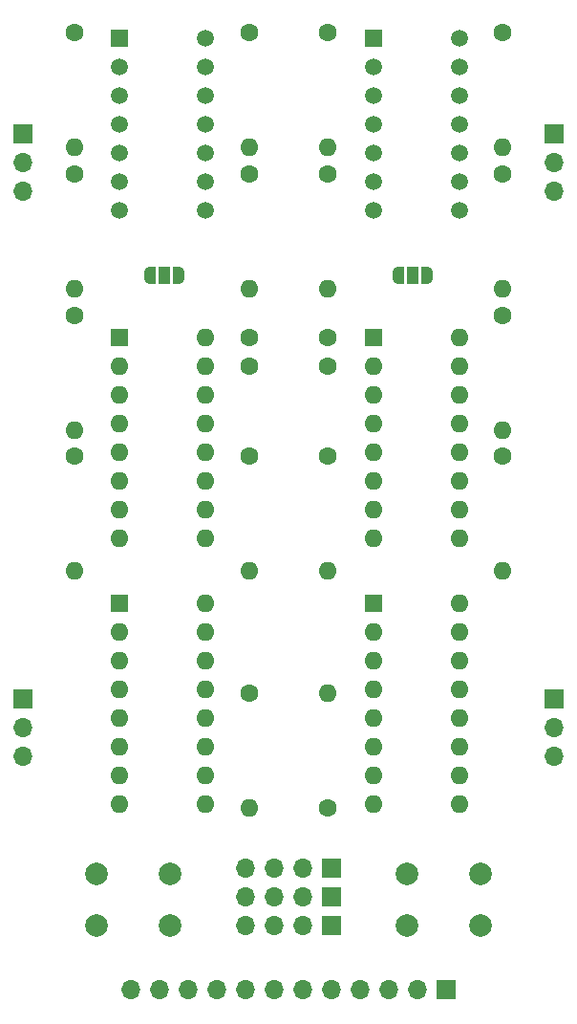
<source format=gbs>
G04 #@! TF.GenerationSoftware,KiCad,Pcbnew,6.0.1-79c1e3a40b~116~ubuntu21.04.1*
G04 #@! TF.CreationDate,2022-02-15T17:04:32-05:00*
G04 #@! TF.ProjectId,display_module,64697370-6c61-4795-9f6d-6f64756c652e,rev?*
G04 #@! TF.SameCoordinates,Original*
G04 #@! TF.FileFunction,Soldermask,Bot*
G04 #@! TF.FilePolarity,Negative*
%FSLAX46Y46*%
G04 Gerber Fmt 4.6, Leading zero omitted, Abs format (unit mm)*
G04 Created by KiCad (PCBNEW 6.0.1-79c1e3a40b~116~ubuntu21.04.1) date 2022-02-15 17:04:32*
%MOMM*%
%LPD*%
G01*
G04 APERTURE LIST*
G04 Aperture macros list*
%AMFreePoly0*
4,1,22,0.550000,-0.750000,0.000000,-0.750000,0.000000,-0.745033,-0.079941,-0.743568,-0.215256,-0.701293,-0.333266,-0.622738,-0.424486,-0.514219,-0.481581,-0.384460,-0.499164,-0.250000,-0.500000,-0.250000,-0.500000,0.250000,-0.499164,0.250000,-0.499963,0.256109,-0.478152,0.396186,-0.417904,0.524511,-0.324060,0.630769,-0.204165,0.706417,-0.067858,0.745374,0.000000,0.744959,0.000000,0.750000,
0.550000,0.750000,0.550000,-0.750000,0.550000,-0.750000,$1*%
%AMFreePoly1*
4,1,20,0.000000,0.744959,0.073905,0.744508,0.209726,0.703889,0.328688,0.626782,0.421226,0.519385,0.479903,0.390333,0.500000,0.250000,0.500000,-0.250000,0.499851,-0.262216,0.476331,-0.402017,0.414519,-0.529596,0.319384,-0.634700,0.198574,-0.708877,0.061801,-0.746166,0.000000,-0.745033,0.000000,-0.750000,-0.550000,-0.750000,-0.550000,0.750000,0.000000,0.750000,0.000000,0.744959,
0.000000,0.744959,$1*%
G04 Aperture macros list end*
%ADD10R,1.700000X1.700000*%
%ADD11O,1.700000X1.700000*%
%ADD12R,1.500000X1.500000*%
%ADD13C,1.500000*%
%ADD14R,1.600000X1.600000*%
%ADD15O,1.600000X1.600000*%
%ADD16C,1.600000*%
%ADD17C,2.000000*%
%ADD18FreePoly0,0.000000*%
%ADD19R,1.000000X1.500000*%
%ADD20FreePoly1,0.000000*%
G04 APERTURE END LIST*
D10*
X119500000Y-56960000D03*
D11*
X119500000Y-59500000D03*
X119500000Y-62040000D03*
D10*
X72500000Y-56960000D03*
D11*
X72500000Y-59500000D03*
X72500000Y-62040000D03*
D10*
X119500000Y-106960000D03*
D11*
X119500000Y-109500000D03*
X119500000Y-112040000D03*
D10*
X109998000Y-132750000D03*
D11*
X107458000Y-132750000D03*
X104918000Y-132750000D03*
X102378000Y-132750000D03*
X99838000Y-132750000D03*
X97298000Y-132750000D03*
X94758000Y-132750000D03*
X92218000Y-132750000D03*
X89678000Y-132750000D03*
X87138000Y-132750000D03*
X84598000Y-132750000D03*
X82058000Y-132750000D03*
D12*
X103500000Y-48500000D03*
D13*
X103500000Y-51040000D03*
X103500000Y-53580000D03*
X103500000Y-56120000D03*
X103500000Y-58660000D03*
X103500000Y-61200000D03*
X103500000Y-63740000D03*
X111120000Y-63740000D03*
X111120000Y-61200000D03*
X111120000Y-58660000D03*
X111120000Y-56120000D03*
X111120000Y-53580000D03*
X111120000Y-51040000D03*
X111120000Y-48500000D03*
D14*
X103500000Y-75000000D03*
D15*
X103500000Y-77540000D03*
X103500000Y-80080000D03*
X103500000Y-82620000D03*
X103500000Y-85160000D03*
X103500000Y-87700000D03*
X103500000Y-90240000D03*
X103500000Y-92780000D03*
X111120000Y-92780000D03*
X111120000Y-90240000D03*
X111120000Y-87700000D03*
X111120000Y-85160000D03*
X111120000Y-82620000D03*
X111120000Y-80080000D03*
X111120000Y-77540000D03*
X111120000Y-75000000D03*
D14*
X103500000Y-98500000D03*
D15*
X103500000Y-101040000D03*
X103500000Y-103580000D03*
X103500000Y-106120000D03*
X103500000Y-108660000D03*
X103500000Y-111200000D03*
X103500000Y-113740000D03*
X103500000Y-116280000D03*
X111120000Y-116280000D03*
X111120000Y-113740000D03*
X111120000Y-111200000D03*
X111120000Y-108660000D03*
X111120000Y-106120000D03*
X111120000Y-103580000D03*
X111120000Y-101040000D03*
X111120000Y-98500000D03*
D16*
X99500000Y-48000000D03*
D15*
X99500000Y-58160000D03*
D16*
X115000000Y-48000000D03*
D15*
X115000000Y-58160000D03*
D16*
X115000000Y-60500000D03*
D15*
X115000000Y-70660000D03*
D16*
X115000000Y-85500000D03*
D15*
X115000000Y-95660000D03*
D16*
X99500000Y-85500000D03*
D15*
X99500000Y-95660000D03*
D16*
X99500000Y-60500000D03*
D15*
X99500000Y-70660000D03*
D16*
X77000000Y-48000000D03*
D15*
X77000000Y-58160000D03*
D16*
X92500000Y-48000000D03*
D15*
X92500000Y-58160000D03*
D16*
X92500000Y-60500000D03*
D15*
X92500000Y-70660000D03*
D16*
X92500000Y-85500000D03*
D15*
X92500000Y-95660000D03*
D16*
X77000000Y-85500000D03*
D15*
X77000000Y-95660000D03*
D16*
X77000000Y-73000000D03*
D15*
X77000000Y-83160000D03*
D16*
X77000000Y-60500000D03*
D15*
X77000000Y-70660000D03*
D17*
X85500000Y-127000000D03*
X79000000Y-127000000D03*
X85500000Y-122500000D03*
X79000000Y-122500000D03*
X113000000Y-127000000D03*
X106500000Y-127000000D03*
X106500000Y-122500000D03*
X113000000Y-122500000D03*
D14*
X81000000Y-75000000D03*
D15*
X81000000Y-77540000D03*
X81000000Y-80080000D03*
X81000000Y-82620000D03*
X81000000Y-85160000D03*
X81000000Y-87700000D03*
X81000000Y-90240000D03*
X81000000Y-92780000D03*
X88620000Y-92780000D03*
X88620000Y-90240000D03*
X88620000Y-87700000D03*
X88620000Y-85160000D03*
X88620000Y-82620000D03*
X88620000Y-80080000D03*
X88620000Y-77540000D03*
X88620000Y-75000000D03*
D14*
X81000000Y-98500000D03*
D15*
X81000000Y-101040000D03*
X81000000Y-103580000D03*
X81000000Y-106120000D03*
X81000000Y-108660000D03*
X81000000Y-111200000D03*
X81000000Y-113740000D03*
X81000000Y-116280000D03*
X88620000Y-116280000D03*
X88620000Y-113740000D03*
X88620000Y-111200000D03*
X88620000Y-108660000D03*
X88620000Y-106120000D03*
X88620000Y-103580000D03*
X88620000Y-101040000D03*
X88620000Y-98500000D03*
D12*
X81000000Y-48500000D03*
D13*
X81000000Y-51040000D03*
X81000000Y-53580000D03*
X81000000Y-56120000D03*
X81000000Y-58660000D03*
X81000000Y-61200000D03*
X81000000Y-63740000D03*
X88620000Y-63740000D03*
X88620000Y-61200000D03*
X88620000Y-58660000D03*
X88620000Y-56120000D03*
X88620000Y-53580000D03*
X88620000Y-51040000D03*
X88620000Y-48500000D03*
D16*
X92500000Y-75000000D03*
X92500000Y-77500000D03*
X99500000Y-75000000D03*
X99500000Y-77500000D03*
D10*
X99823000Y-121980000D03*
D11*
X97283000Y-121980000D03*
X94743000Y-121980000D03*
X92203000Y-121980000D03*
D10*
X99823000Y-124520000D03*
D11*
X97283000Y-124520000D03*
X94743000Y-124520000D03*
X92203000Y-124520000D03*
D10*
X99823000Y-127060000D03*
D11*
X97283000Y-127060000D03*
X94743000Y-127060000D03*
X92203000Y-127060000D03*
D16*
X92500000Y-106500000D03*
D15*
X92500000Y-116660000D03*
D16*
X99500000Y-116660000D03*
D15*
X99500000Y-106500000D03*
D10*
X72500000Y-106960000D03*
D11*
X72500000Y-109500000D03*
X72500000Y-112040000D03*
D16*
X115000000Y-73000000D03*
D15*
X115000000Y-83160000D03*
D18*
X83700000Y-69500000D03*
D19*
X85000000Y-69500000D03*
D20*
X86300000Y-69500000D03*
D18*
X105700000Y-69500000D03*
D19*
X107000000Y-69500000D03*
D20*
X108300000Y-69500000D03*
M02*

</source>
